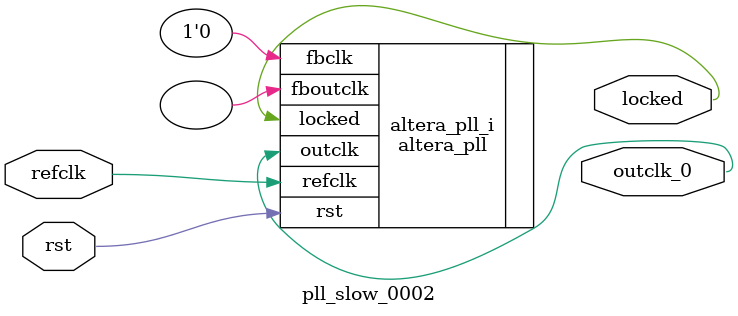
<source format=v>
`timescale 1ns/10ps
module  pll_slow_0002(

	// interface 'refclk'
	input wire refclk,

	// interface 'reset'
	input wire rst,

	// interface 'outclk0'
	output wire outclk_0,

	// interface 'locked'
	output wire locked
);

	altera_pll #(
		.fractional_vco_multiplier("false"),
		.reference_clock_frequency("50.0 MHz"),
		.operation_mode("direct"),
		.number_of_clocks(1),
		.output_clock_frequency0("40.000000 MHz"),
		.phase_shift0("0 ps"),
		.duty_cycle0(50),
		.output_clock_frequency1("0 MHz"),
		.phase_shift1("0 ps"),
		.duty_cycle1(50),
		.output_clock_frequency2("0 MHz"),
		.phase_shift2("0 ps"),
		.duty_cycle2(50),
		.output_clock_frequency3("0 MHz"),
		.phase_shift3("0 ps"),
		.duty_cycle3(50),
		.output_clock_frequency4("0 MHz"),
		.phase_shift4("0 ps"),
		.duty_cycle4(50),
		.output_clock_frequency5("0 MHz"),
		.phase_shift5("0 ps"),
		.duty_cycle5(50),
		.output_clock_frequency6("0 MHz"),
		.phase_shift6("0 ps"),
		.duty_cycle6(50),
		.output_clock_frequency7("0 MHz"),
		.phase_shift7("0 ps"),
		.duty_cycle7(50),
		.output_clock_frequency8("0 MHz"),
		.phase_shift8("0 ps"),
		.duty_cycle8(50),
		.output_clock_frequency9("0 MHz"),
		.phase_shift9("0 ps"),
		.duty_cycle9(50),
		.output_clock_frequency10("0 MHz"),
		.phase_shift10("0 ps"),
		.duty_cycle10(50),
		.output_clock_frequency11("0 MHz"),
		.phase_shift11("0 ps"),
		.duty_cycle11(50),
		.output_clock_frequency12("0 MHz"),
		.phase_shift12("0 ps"),
		.duty_cycle12(50),
		.output_clock_frequency13("0 MHz"),
		.phase_shift13("0 ps"),
		.duty_cycle13(50),
		.output_clock_frequency14("0 MHz"),
		.phase_shift14("0 ps"),
		.duty_cycle14(50),
		.output_clock_frequency15("0 MHz"),
		.phase_shift15("0 ps"),
		.duty_cycle15(50),
		.output_clock_frequency16("0 MHz"),
		.phase_shift16("0 ps"),
		.duty_cycle16(50),
		.output_clock_frequency17("0 MHz"),
		.phase_shift17("0 ps"),
		.duty_cycle17(50),
		.pll_type("General"),
		.pll_subtype("General")
	) altera_pll_i (
		.rst	(rst),
		.outclk	({outclk_0}),
		.locked	(locked),
		.fboutclk	( ),
		.fbclk	(1'b0),
		.refclk	(refclk)
	);
endmodule


</source>
